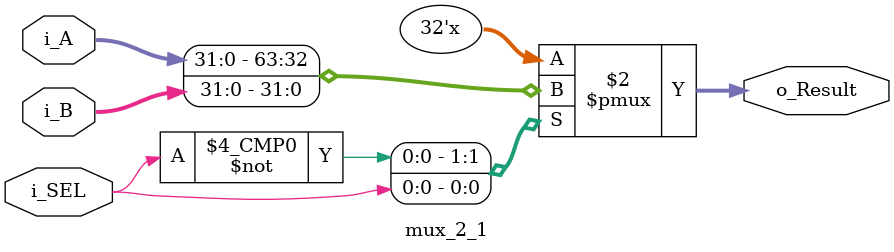
<source format=v>
`timescale 1ns / 1ps

//Modulo de multiplexor 2 a 1 creado para que no se creen latchs en el sistema
module mux_2_1#(
        parameter WIDTH = 32
    )
    (
        input i_SEL,
        input [WIDTH-1:0] i_A,
        input [WIDTH-1:0] i_B,
        output reg [WIDTH-1:0] o_Result
    );
    
    always @ (*) begin
        case (i_SEL)
            1'b0 : o_Result <= i_A;
            1'b1 : o_Result <= i_B;
        endcase
    end
    
endmodule

</source>
